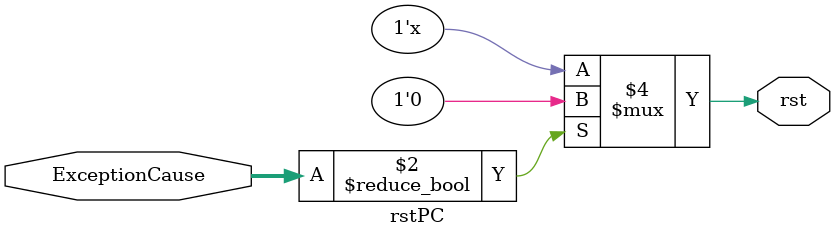
<source format=v>
module rstPC (
	input [1:0] ExceptionCause,
	output reg rst
);

initial begin 
	rst <= 0;
end

always @ (*) 
	if (ExceptionCause != 0)
		rst <= 0;

endmodule


</source>
